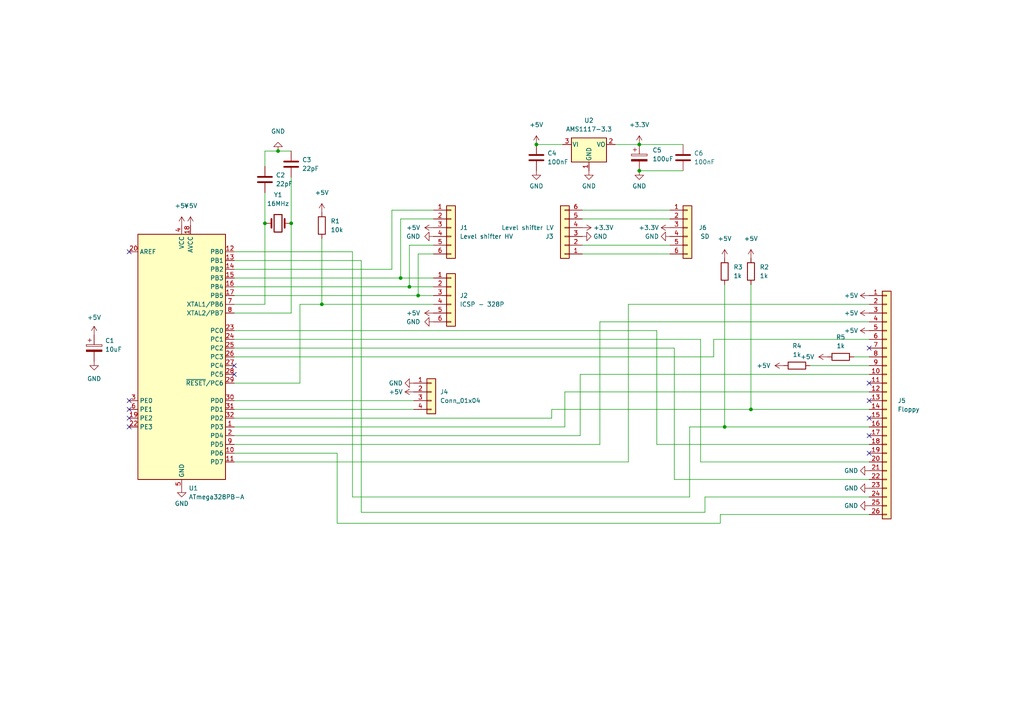
<source format=kicad_sch>
(kicad_sch (version 20211123) (generator eeschema)
  (paper "A4")
  (lib_symbols
    (symbol "Connector_Generic:Conn_01x04" (pin_names (offset 1.016) hide)
      (property "Reference" "J" (at 0 5.08 0))
      (property "Value" "Conn_01x04" (at 0 -7.62 0))
      (symbol "Conn_01x04_1_1"
        (rectangle (start -1.27 -4.953) (end 0 -5.207) (stroke (width 0.1524)))
        (rectangle (start -1.27 -2.413) (end 0 -2.667) (stroke (width 0.1524)))
        (rectangle (start -1.27 0.127) (end 0 -0.127) (stroke (width 0.1524)))
        (rectangle (start -1.27 2.667) (end 0 2.413) (stroke (width 0.1524)))
        (rectangle (start -1.27 3.81) (end 1.27 -6.35) (stroke (width 0.254)) (fill (type background)))
        (pin passive line (at -5.08 2.54 0) (length 3.81) (name "Pin_1") (number "1"))
        (pin passive line (at -5.08 0 0) (length 3.81) (name "Pin_2") (number "2"))
        (pin passive line (at -5.08 -2.54 0) (length 3.81) (name "Pin_3") (number "3"))
        (pin passive line (at -5.08 -5.08 0) (length 3.81) (name "Pin_4") (number "4"))
      )
    )
    (symbol "Connector_Generic:Conn_01x06" (pin_names (offset 1.016) hide)
      (property "Reference" "J" (at 0 7.62 0))
      (property "Value" "Conn_01x06" (at 0 -10.16 0))
      (symbol "Conn_01x06_1_1"
        (rectangle (start -1.27 -7.493) (end 0 -7.747) (stroke (width 0.1524)))
        (rectangle (start -1.27 -4.953) (end 0 -5.207) (stroke (width 0.1524)))
        (rectangle (start -1.27 -2.413) (end 0 -2.667) (stroke (width 0.1524)))
        (rectangle (start -1.27 0.127) (end 0 -0.127) (stroke (width 0.1524)))
        (rectangle (start -1.27 2.667) (end 0 2.413) (stroke (width 0.1524)))
        (rectangle (start -1.27 5.207) (end 0 4.953) (stroke (width 0.1524)))
        (rectangle (start -1.27 6.35) (end 1.27 -8.89) (stroke (width 0.254)) (fill (type background)))
        (pin passive line (at -5.08 5.08 0) (length 3.81) (name "Pin_1") (number "1"))
        (pin passive line (at -5.08 2.54 0) (length 3.81) (name "Pin_2") (number "2"))
        (pin passive line (at -5.08 0 0) (length 3.81) (name "Pin_3") (number "3"))
        (pin passive line (at -5.08 -2.54 0) (length 3.81) (name "Pin_4") (number "4"))
        (pin passive line (at -5.08 -5.08 0) (length 3.81) (name "Pin_5") (number "5"))
        (pin passive line (at -5.08 -7.62 0) (length 3.81) (name "Pin_6") (number "6"))
      )
    )
    (symbol "Connector_Generic:Conn_01x26" (pin_names (offset 1.016) hide)
      (property "Reference" "J" (at 0 33.02 0))
      (property "Value" "Conn_01x26" (at 0 -35.56 0))
      (symbol "Conn_01x26_1_1"
        (rectangle (start -1.27 -32.893) (end 0 -33.147) (stroke (width 0.1524)))
        (rectangle (start -1.27 -30.353) (end 0 -30.607) (stroke (width 0.1524)))
        (rectangle (start -1.27 -27.813) (end 0 -28.067) (stroke (width 0.1524)))
        (rectangle (start -1.27 -25.273) (end 0 -25.527) (stroke (width 0.1524)))
        (rectangle (start -1.27 -22.733) (end 0 -22.987) (stroke (width 0.1524)))
        (rectangle (start -1.27 -20.193) (end 0 -20.447) (stroke (width 0.1524)))
        (rectangle (start -1.27 -17.653) (end 0 -17.907) (stroke (width 0.1524)))
        (rectangle (start -1.27 -15.113) (end 0 -15.367) (stroke (width 0.1524)))
        (rectangle (start -1.27 -12.573) (end 0 -12.827) (stroke (width 0.1524)))
        (rectangle (start -1.27 -10.033) (end 0 -10.287) (stroke (width 0.1524)))
        (rectangle (start -1.27 -7.493) (end 0 -7.747) (stroke (width 0.1524)))
        (rectangle (start -1.27 -4.953) (end 0 -5.207) (stroke (width 0.1524)))
        (rectangle (start -1.27 -2.413) (end 0 -2.667) (stroke (width 0.1524)))
        (rectangle (start -1.27 0.127) (end 0 -0.127) (stroke (width 0.1524)))
        (rectangle (start -1.27 2.667) (end 0 2.413) (stroke (width 0.1524)))
        (rectangle (start -1.27 5.207) (end 0 4.953) (stroke (width 0.1524)))
        (rectangle (start -1.27 7.747) (end 0 7.493) (stroke (width 0.1524)))
        (rectangle (start -1.27 10.287) (end 0 10.033) (stroke (width 0.1524)))
        (rectangle (start -1.27 12.827) (end 0 12.573) (stroke (width 0.1524)))
        (rectangle (start -1.27 15.367) (end 0 15.113) (stroke (width 0.1524)))
        (rectangle (start -1.27 17.907) (end 0 17.653) (stroke (width 0.1524)))
        (rectangle (start -1.27 20.447) (end 0 20.193) (stroke (width 0.1524)))
        (rectangle (start -1.27 22.987) (end 0 22.733) (stroke (width 0.1524)))
        (rectangle (start -1.27 25.527) (end 0 25.273) (stroke (width 0.1524)))
        (rectangle (start -1.27 28.067) (end 0 27.813) (stroke (width 0.1524)))
        (rectangle (start -1.27 30.607) (end 0 30.353) (stroke (width 0.1524)))
        (rectangle (start -1.27 31.75) (end 1.27 -34.29) (stroke (width 0.254)) (fill (type background)))
        (pin passive line (at -5.08 30.48 0) (length 3.81) (name "Pin_1") (number "1"))
        (pin passive line (at -5.08 7.62 0) (length 3.81) (name "Pin_10") (number "10"))
        (pin passive line (at -5.08 5.08 0) (length 3.81) (name "Pin_11") (number "11"))
        (pin passive line (at -5.08 2.54 0) (length 3.81) (name "Pin_12") (number "12"))
        (pin passive line (at -5.08 0 0) (length 3.81) (name "Pin_13") (number "13"))
        (pin passive line (at -5.08 -2.54 0) (length 3.81) (name "Pin_14") (number "14"))
        (pin passive line (at -5.08 -5.08 0) (length 3.81) (name "Pin_15") (number "15"))
        (pin passive line (at -5.08 -7.62 0) (length 3.81) (name "Pin_16") (number "16"))
        (pin passive line (at -5.08 -10.16 0) (length 3.81) (name "Pin_17") (number "17"))
        (pin passive line (at -5.08 -12.7 0) (length 3.81) (name "Pin_18") (number "18"))
        (pin passive line (at -5.08 -15.24 0) (length 3.81) (name "Pin_19") (number "19"))
        (pin passive line (at -5.08 27.94 0) (length 3.81) (name "Pin_2") (number "2"))
        (pin passive line (at -5.08 -17.78 0) (length 3.81) (name "Pin_20") (number "20"))
        (pin passive line (at -5.08 -20.32 0) (length 3.81) (name "Pin_21") (number "21"))
        (pin passive line (at -5.08 -22.86 0) (length 3.81) (name "Pin_22") (number "22"))
        (pin passive line (at -5.08 -25.4 0) (length 3.81) (name "Pin_23") (number "23"))
        (pin passive line (at -5.08 -27.94 0) (length 3.81) (name "Pin_24") (number "24"))
        (pin passive line (at -5.08 -30.48 0) (length 3.81) (name "Pin_25") (number "25"))
        (pin passive line (at -5.08 -33.02 0) (length 3.81) (name "Pin_26") (number "26"))
        (pin passive line (at -5.08 25.4 0) (length 3.81) (name "Pin_3") (number "3"))
        (pin passive line (at -5.08 22.86 0) (length 3.81) (name "Pin_4") (number "4"))
        (pin passive line (at -5.08 20.32 0) (length 3.81) (name "Pin_5") (number "5"))
        (pin passive line (at -5.08 17.78 0) (length 3.81) (name "Pin_6") (number "6"))
        (pin passive line (at -5.08 15.24 0) (length 3.81) (name "Pin_7") (number "7"))
        (pin passive line (at -5.08 12.7 0) (length 3.81) (name "Pin_8") (number "8"))
        (pin passive line (at -5.08 10.16 0) (length 3.81) (name "Pin_9") (number "9"))
      )
    )
    (symbol "Device:C" (pin_numbers hide) (pin_names (offset 0.254))
      (property "Reference" "C" (at 0.635 2.54 0))
      (property "Value" "C" (at 0.635 -2.54 0))
      (symbol "C_0_1"
        (polyline (pts (xy -2.032 -0.762) (xy 2.032 -0.762)) (stroke (width 0.508)))
        (polyline (pts (xy -2.032 0.762) (xy 2.032 0.762)) (stroke (width 0.508)))
      )
      (symbol "C_1_1"
        (pin passive line (at 0 3.81 270) (length 2.794) (name "~") (number "1"))
        (pin passive line (at 0 -3.81 90) (length 2.794) (name "~") (number "2"))
      )
    )
    (symbol "Device:C_Polarized" (pin_numbers hide) (pin_names (offset 0.254))
      (property "Reference" "C" (at 0.635 2.54 0))
      (property "Value" "C_Polarized" (at 0.635 -2.54 0))
      (symbol "C_Polarized_0_1"
        (rectangle (start -2.286 0.508) (end 2.286 1.016))
        (polyline (pts (xy -1.778 2.286) (xy -0.762 2.286)))
        (polyline (pts (xy -1.27 2.794) (xy -1.27 1.778)))
        (rectangle (start 2.286 -0.508) (end -2.286 -1.016) (fill (type outline)))
      )
      (symbol "C_Polarized_1_1"
        (pin passive line (at 0 3.81 270) (length 2.794) (name "~") (number "1"))
        (pin passive line (at 0 -3.81 90) (length 2.794) (name "~") (number "2"))
      )
    )
    (symbol "Device:Crystal" (pin_numbers hide) (pin_names (offset 1.016) hide)
      (property "Reference" "Y" (at 0 3.81 0))
      (property "Value" "Crystal" (at 0 -3.81 0))
      (symbol "Crystal_0_1"
        (rectangle (start -1.143 2.54) (end 1.143 -2.54) (stroke (width 0.3048)))
        (polyline (pts (xy -2.54 0) (xy -1.905 0)))
        (polyline (pts (xy -1.905 -1.27) (xy -1.905 1.27)) (stroke (width 0.508)))
        (polyline (pts (xy 1.905 -1.27) (xy 1.905 1.27)) (stroke (width 0.508)))
        (polyline (pts (xy 2.54 0) (xy 1.905 0)))
      )
      (symbol "Crystal_1_1"
        (pin passive line (at -3.81 0 0) (length 1.27) (name "1") (number "1"))
        (pin passive line (at 3.81 0 180) (length 1.27) (name "2") (number "2"))
      )
    )
    (symbol "Device:R" (pin_numbers hide) (pin_names (offset 0))
      (property "Reference" "R" (at 2.032 0 90))
      (property "Value" "R" (at 0 0 90))
      (symbol "R_0_1"
        (rectangle (start -1.016 -2.54) (end 1.016 2.54) (stroke (width 0.254)))
      )
      (symbol "R_1_1"
        (pin passive line (at 0 3.81 270) (length 1.27) (name "~") (number "1"))
        (pin passive line (at 0 -3.81 90) (length 1.27) (name "~") (number "2"))
      )
    )
    (symbol "MCU_Microchip_ATmega:ATmega328PB-A"
      (property "Reference" "U" (at -12.7 36.83 0))
      (property "Value" "ATmega328PB-A" (at 2.54 -36.83 0))
      (symbol "ATmega328PB-A_0_1"
        (rectangle (start -12.7 -35.56) (end 12.7 35.56) (stroke (width 0.254)) (fill (type background)))
      )
      (symbol "ATmega328PB-A_1_1"
        (pin bidirectional line (at 15.24 -20.32 180) (length 2.54) (name "PD3") (number "1"))
        (pin bidirectional line (at 15.24 -27.94 180) (length 2.54) (name "PD6") (number "10"))
        (pin bidirectional line (at 15.24 -30.48 180) (length 2.54) (name "PD7") (number "11"))
        (pin bidirectional line (at 15.24 30.48 180) (length 2.54) (name "PB0") (number "12"))
        (pin bidirectional line (at 15.24 27.94 180) (length 2.54) (name "PB1") (number "13"))
        (pin bidirectional line (at 15.24 25.4 180) (length 2.54) (name "PB2") (number "14"))
        (pin bidirectional line (at 15.24 22.86 180) (length 2.54) (name "PB3") (number "15"))
        (pin bidirectional line (at 15.24 20.32 180) (length 2.54) (name "PB4") (number "16"))
        (pin bidirectional line (at 15.24 17.78 180) (length 2.54) (name "PB5") (number "17"))
        (pin power_in line (at 2.54 38.1 270) (length 2.54) (name "AVCC") (number "18"))
        (pin bidirectional line (at -15.24 -17.78 0) (length 2.54) (name "PE2") (number "19"))
        (pin bidirectional line (at 15.24 -22.86 180) (length 2.54) (name "PD4") (number "2"))
        (pin passive line (at -15.24 30.48 0) (length 2.54) (name "AREF") (number "20"))
        (pin passive line (at 0 -38.1 90) (length 2.54) hide (name "GND") (number "21"))
        (pin bidirectional line (at -15.24 -20.32 0) (length 2.54) (name "PE3") (number "22"))
        (pin bidirectional line (at 15.24 7.62 180) (length 2.54) (name "PC0") (number "23"))
        (pin bidirectional line (at 15.24 5.08 180) (length 2.54) (name "PC1") (number "24"))
        (pin bidirectional line (at 15.24 2.54 180) (length 2.54) (name "PC2") (number "25"))
        (pin bidirectional line (at 15.24 0 180) (length 2.54) (name "PC3") (number "26"))
        (pin bidirectional line (at 15.24 -2.54 180) (length 2.54) (name "PC4") (number "27"))
        (pin bidirectional line (at 15.24 -5.08 180) (length 2.54) (name "PC5") (number "28"))
        (pin bidirectional line (at 15.24 -7.62 180) (length 2.54) (name "~{RESET}/PC6") (number "29"))
        (pin bidirectional line (at -15.24 -12.7 0) (length 2.54) (name "PE0") (number "3"))
        (pin bidirectional line (at 15.24 -12.7 180) (length 2.54) (name "PD0") (number "30"))
        (pin bidirectional line (at 15.24 -15.24 180) (length 2.54) (name "PD1") (number "31"))
        (pin bidirectional line (at 15.24 -17.78 180) (length 2.54) (name "PD2") (number "32"))
        (pin power_in line (at 0 38.1 270) (length 2.54) (name "VCC") (number "4"))
        (pin power_in line (at 0 -38.1 90) (length 2.54) (name "GND") (number "5"))
        (pin bidirectional line (at -15.24 -15.24 0) (length 2.54) (name "PE1") (number "6"))
        (pin bidirectional line (at 15.24 15.24 180) (length 2.54) (name "XTAL1/PB6") (number "7"))
        (pin bidirectional line (at 15.24 12.7 180) (length 2.54) (name "XTAL2/PB7") (number "8"))
        (pin bidirectional line (at 15.24 -25.4 180) (length 2.54) (name "PD5") (number "9"))
      )
    )
    (symbol "Regulator_Linear:AMS1117-3.3" (pin_names (offset 0.254))
      (property "Reference" "U" (at -3.81 3.175 0))
      (property "Value" "AMS1117-3.3" (at 0 3.175 0))
      (symbol "AMS1117-3.3_0_1"
        (rectangle (start -5.08 -5.08) (end 5.08 1.905) (stroke (width 0.254)) (fill (type background)))
      )
      (symbol "AMS1117-3.3_1_1"
        (pin power_in line (at 0 -7.62 90) (length 2.54) (name "GND") (number "1"))
        (pin power_out line (at 7.62 0 180) (length 2.54) (name "VO") (number "2"))
        (pin power_in line (at -7.62 0 0) (length 2.54) (name "VI") (number "3"))
      )
    )
    (symbol "power:+3.3V" (power) (pin_names (offset 0))
      (property "Value" "+3.3V" (at 0 3.556 0))
      (symbol "+3.3V_0_1"
        (polyline (pts (xy -0.762 1.27) (xy 0 2.54)))
        (polyline (pts (xy 0 0) (xy 0 2.54)))
        (polyline (pts (xy 0 2.54) (xy 0.762 1.27)))
      )
      (symbol "+3.3V_1_1"
        (pin power_in line (at 0 0 90) (length 0) hide (name "+3.3V") (number "1"))
      )
    )
    (symbol "power:+5V" (power) (pin_names (offset 0))
      (property "Value" "+5V" (at 0 3.556 0))
      (symbol "+5V_0_1"
        (polyline (pts (xy -0.762 1.27) (xy 0 2.54)))
        (polyline (pts (xy 0 0) (xy 0 2.54)))
        (polyline (pts (xy 0 2.54) (xy 0.762 1.27)))
      )
      (symbol "+5V_1_1"
        (pin power_in line (at 0 0 90) (length 0) hide (name "+5V") (number "1"))
      )
    )
    (symbol "power:GND" (power) (pin_names (offset 0))
      (property "Value" "GND" (at 0 -3.81 0))
      (symbol "GND_0_1"
        (polyline (pts (xy 0 0) (xy 0 -1.27) (xy 1.27 -1.27) (xy 0 -2.54) (xy -1.27 -1.27) (xy 0 -1.27)))
      )
      (symbol "GND_1_1"
        (pin power_in line (at 0 0 270) (length 0) hide (name "GND") (number "1"))
      )
    )
  )
  (junction (at 84.455 64.77))
  (junction (at 121.285 85.725))
  (junction (at 118.745 83.185))
  (junction (at 217.805 118.745))
  (junction (at 76.835 64.77))
  (junction (at 155.575 41.91))
  (junction (at 185.42 49.53))
  (junction (at 185.42 41.91))
  (junction (at 210.185 123.825))
  (junction (at 93.345 88.265))
  (junction (at 80.645 43.815))
  (junction (at 116.205 80.645))
  (no_connect (at 37.465 73.025))
  (no_connect (at 67.945 106.045))
  (no_connect (at 252.095 121.285))
  (no_connect (at 252.095 131.445))
  (no_connect (at 67.945 108.585))
  (no_connect (at 37.465 118.745))
  (no_connect (at 252.095 100.965))
  (no_connect (at 37.465 121.285))
  (no_connect (at 37.465 123.825))
  (no_connect (at 252.095 116.205))
  (no_connect (at 252.095 111.125))
  (no_connect (at 252.095 126.365))
  (no_connect (at 37.465 116.205))
  (wire (pts (xy 252.095 108.585) (xy 168.275 108.585)))
  (wire (pts (xy 67.945 116.205) (xy 120.015 116.205)))
  (wire (pts (xy 204.47 144.145) (xy 204.47 148.59)))
  (wire (pts (xy 93.345 88.265) (xy 125.73 88.265)))
  (wire (pts (xy 173.99 93.345) (xy 173.99 128.905)))
  (wire (pts (xy 168.91 71.12) (xy 194.31 71.12)))
  (wire (pts (xy 97.79 131.445) (xy 67.945 131.445)))
  (wire (pts (xy 113.665 78.105) (xy 67.945 78.105)))
  (wire (pts (xy 210.185 82.55) (xy 210.185 123.825)))
  (wire (pts (xy 168.275 126.365) (xy 67.945 126.365)))
  (wire (pts (xy 67.945 83.185) (xy 118.745 83.185)))
  (wire (pts (xy 207.01 98.425) (xy 207.01 103.505)))
  (wire (pts (xy 76.835 48.26) (xy 76.835 43.815)))
  (wire (pts (xy 116.205 63.5) (xy 116.205 80.645)))
  (wire (pts (xy 93.345 69.215) (xy 93.345 88.265)))
  (wire (pts (xy 185.42 49.53) (xy 198.12 49.53)))
  (wire (pts (xy 217.805 118.745) (xy 160.02 118.745)))
  (wire (pts (xy 195.58 139.065) (xy 252.095 139.065)))
  (wire (pts (xy 67.945 100.965) (xy 195.58 100.965)))
  (wire (pts (xy 252.095 133.985) (xy 203.2 133.985)))
  (wire (pts (xy 208.915 149.225) (xy 208.915 151.765)))
  (wire (pts (xy 67.945 111.125) (xy 86.995 111.125)))
  (wire (pts (xy 203.2 98.425) (xy 67.945 98.425)))
  (wire (pts (xy 200.025 144.145) (xy 102.235 144.145)))
  (wire (pts (xy 182.245 88.265) (xy 252.095 88.265)))
  (wire (pts (xy 168.91 73.66) (xy 194.31 73.66)))
  (wire (pts (xy 84.455 51.435) (xy 84.455 64.77)))
  (wire (pts (xy 67.945 118.745) (xy 120.015 118.745)))
  (wire (pts (xy 178.435 41.91) (xy 185.42 41.91)))
  (wire (pts (xy 190.5 95.885) (xy 67.945 95.885)))
  (wire (pts (xy 155.575 41.91) (xy 163.195 41.91)))
  (wire (pts (xy 67.945 80.645) (xy 116.205 80.645)))
  (wire (pts (xy 121.285 73.66) (xy 121.285 85.725)))
  (wire (pts (xy 234.95 106.045) (xy 252.095 106.045)))
  (wire (pts (xy 118.745 83.185) (xy 125.73 83.185)))
  (wire (pts (xy 84.455 90.805) (xy 84.455 64.77)))
  (wire (pts (xy 252.095 123.825) (xy 210.185 123.825)))
  (wire (pts (xy 160.02 121.285) (xy 67.945 121.285)))
  (wire (pts (xy 247.65 103.505) (xy 252.095 103.505)))
  (wire (pts (xy 102.235 73.025) (xy 67.945 73.025)))
  (wire (pts (xy 208.915 151.765) (xy 97.79 151.765)))
  (wire (pts (xy 104.775 148.59) (xy 104.775 75.565)))
  (wire (pts (xy 173.99 128.905) (xy 67.945 128.905)))
  (wire (pts (xy 185.42 41.91) (xy 198.12 41.91)))
  (wire (pts (xy 252.095 128.905) (xy 190.5 128.905)))
  (wire (pts (xy 67.945 133.985) (xy 182.245 133.985)))
  (wire (pts (xy 210.185 123.825) (xy 200.025 123.825)))
  (wire (pts (xy 168.91 60.96) (xy 194.31 60.96)))
  (wire (pts (xy 182.245 133.985) (xy 182.245 88.265)))
  (wire (pts (xy 86.995 111.125) (xy 86.995 88.265)))
  (wire (pts (xy 168.91 63.5) (xy 194.31 63.5)))
  (wire (pts (xy 76.835 43.815) (xy 80.645 43.815)))
  (wire (pts (xy 163.83 123.825) (xy 67.945 123.825)))
  (wire (pts (xy 252.095 144.145) (xy 204.47 144.145)))
  (wire (pts (xy 121.285 85.725) (xy 125.73 85.725)))
  (wire (pts (xy 113.665 60.96) (xy 113.665 78.105)))
  (wire (pts (xy 252.095 98.425) (xy 207.01 98.425)))
  (wire (pts (xy 76.835 88.265) (xy 67.945 88.265)))
  (wire (pts (xy 80.645 43.815) (xy 84.455 43.815)))
  (wire (pts (xy 252.095 113.665) (xy 163.83 113.665)))
  (wire (pts (xy 190.5 128.905) (xy 190.5 95.885)))
  (wire (pts (xy 76.835 64.77) (xy 76.835 88.265)))
  (wire (pts (xy 97.79 151.765) (xy 97.79 131.445)))
  (wire (pts (xy 67.945 85.725) (xy 121.285 85.725)))
  (wire (pts (xy 160.02 118.745) (xy 160.02 121.285)))
  (wire (pts (xy 116.205 80.645) (xy 125.73 80.645)))
  (wire (pts (xy 86.995 88.265) (xy 93.345 88.265)))
  (wire (pts (xy 252.095 118.745) (xy 217.805 118.745)))
  (wire (pts (xy 163.83 113.665) (xy 163.83 123.825)))
  (wire (pts (xy 67.945 90.805) (xy 84.455 90.805)))
  (wire (pts (xy 217.805 82.55) (xy 217.805 118.745)))
  (wire (pts (xy 125.73 63.5) (xy 116.205 63.5)))
  (wire (pts (xy 207.01 103.505) (xy 67.945 103.505)))
  (wire (pts (xy 195.58 100.965) (xy 195.58 139.065)))
  (wire (pts (xy 203.2 133.985) (xy 203.2 98.425)))
  (wire (pts (xy 168.275 108.585) (xy 168.275 126.365)))
  (wire (pts (xy 252.095 93.345) (xy 173.99 93.345)))
  (wire (pts (xy 102.235 144.145) (xy 102.235 73.025)))
  (wire (pts (xy 76.835 55.88) (xy 76.835 64.77)))
  (wire (pts (xy 104.775 75.565) (xy 67.945 75.565)))
  (wire (pts (xy 204.47 148.59) (xy 104.775 148.59)))
  (wire (pts (xy 125.73 60.96) (xy 113.665 60.96)))
  (wire (pts (xy 125.73 73.66) (xy 121.285 73.66)))
  (wire (pts (xy 200.025 123.825) (xy 200.025 144.145)))
  (wire (pts (xy 118.745 71.12) (xy 118.745 83.185)))
  (wire (pts (xy 252.095 149.225) (xy 208.915 149.225)))
  (wire (pts (xy 125.73 71.12) (xy 118.745 71.12)))
  (symbol (lib_id "Device:C") (at 84.455 47.625 0) (unit 1)
    (property "Reference" "C3" (at 87.63 46.3549 0) (effects (justify left)))
    (property "Value" "22pF" (at 87.63 48.8949 0) (effects (justify left)))
    (property "Footprint" "Capacitor_THT:C_Disc_D7.0mm_W2.5mm_P5.00mm" (effects hide))
  )
  (symbol (lib_id "MCU_Microchip_ATmega:ATmega328PB-A") (at 52.705 103.505 0) (unit 1)
    (property "Reference" "U1" (at 54.7244 141.605 0) (effects (justify left)))
    (property "Value" "ATmega328PB-A" (at 54.7244 144.145 0) (effects (justify left)))
    (property "Footprint" "Package_QFP:TQFP-32_7x7mm_P0.8mm" (effects hide))
    (property "Datasheet" "http://ww1.microchip.com/downloads/en/DeviceDoc/40001906C.pdf" (effects hide))
  )
  (symbol (lib_id "power:+5V") (at 27.305 97.155 0) (unit 1)
    (property "Reference" "#PWR01" (effects hide))
    (property "Value" "+5V" (at 27.305 92.075 0))
  )
  (symbol (lib_id "power:GND") (at 125.73 93.345 270) (unit 1)
    (property "Reference" "#PWR010" (effects hide))
    (property "Value" "GND" (at 121.92 93.3449 90) (effects (justify right)))
  )
  (symbol (lib_id "power:GND") (at 194.31 68.58 270) (unit 1)
    (property "Reference" "#PWR019" (effects hide))
    (property "Value" "GND" (at 191.135 68.5799 90) (effects (justify right)))
  )
  (symbol (lib_id "Connector_Generic:Conn_01x06") (at 130.81 85.725 0) (unit 1)
    (property "Reference" "J2" (at 133.35 85.7249 0) (effects (justify left)))
    (property "Value" "ICSP - 328P" (at 133.35 88.2649 0) (effects (justify left)))
    (property "Footprint" "Connector_PinHeader_2.54mm:PinHeader_1x06_P2.54mm_Vertical" (effects hide))
  )
  (symbol (lib_id "power:GND") (at 80.645 43.815 180) (unit 1)
    (property "Reference" "#PWR06" (effects hide))
    (property "Value" "GND" (at 80.645 38.1 0))
  )
  (symbol (lib_id "Connector_Generic:Conn_01x06") (at 163.83 68.58 180) (unit 1)
    (property "Reference" "J3" (at 159.385 68.58 0))
    (property "Value" "Level shifter LV" (at 153.035 66.04 0))
    (property "Footprint" "Connector_PinHeader_2.54mm:PinHeader_1x06_P2.54mm_Vertical" (effects hide))
  )
  (symbol (lib_id "power:GND") (at 52.705 141.605 0) (unit 1)
    (property "Reference" "#PWR04" (effects hide))
    (property "Value" "GND" (at 52.705 146.05 0))
  )
  (symbol (lib_id "Device:R") (at 243.84 103.505 90) (unit 1)
    (property "Reference" "R5" (at 243.84 97.79 90))
    (property "Value" "1k" (at 243.84 100.33 90))
    (property "Footprint" "Resistor_THT:R_Axial_DIN0207_L6.3mm_D2.5mm_P10.16mm_Horizontal" (effects hide))
  )
  (symbol (lib_id "power:+3.3V") (at 194.31 66.04 90) (unit 1)
    (property "Reference" "#PWR018" (effects hide))
    (property "Value" "+3.3V" (at 191.135 66.0399 90) (effects (justify left)))
  )
  (symbol (lib_id "power:+5V") (at 217.805 74.93 0) (unit 1)
    (property "Reference" "#PWR038" (effects hide))
    (property "Value" "+5V" (at 217.805 69.215 0))
  )
  (symbol (lib_id "Device:C_Polarized") (at 27.305 100.965 0) (unit 1)
    (property "Reference" "C1" (at 30.48 98.8059 0) (effects (justify left)))
    (property "Value" "10uF" (at 30.48 101.3459 0) (effects (justify left)))
    (property "Footprint" "Capacitor_THT:CP_Radial_D5.0mm_P2.50mm" (effects hide))
  )
  (symbol (lib_id "Device:C") (at 198.12 45.72 0) (unit 1)
    (property "Reference" "C6" (at 201.295 44.4499 0) (effects (justify left)))
    (property "Value" "100nF" (at 201.295 46.9899 0) (effects (justify left)))
    (property "Footprint" "Capacitor_THT:C_Disc_D7.0mm_W2.5mm_P5.00mm" (effects hide))
  )
  (symbol (lib_id "power:+5V") (at 155.575 41.91 0) (unit 1)
    (property "Reference" "#PWR011" (effects hide))
    (property "Value" "+5V" (at 155.575 36.195 0))
  )
  (symbol (lib_id "Regulator_Linear:AMS1117-3.3") (at 170.815 41.91 0) (unit 1)
    (property "Reference" "U2" (at 170.815 34.925 0))
    (property "Value" "AMS1117-3.3" (at 170.815 37.465 0))
    (property "Footprint" "Package_TO_SOT_SMD:SOT-223-3_TabPin2" (effects hide))
    (property "Datasheet" "http://www.advanced-monolithic.com/pdf/ds1117.pdf" (effects hide))
  )
  (symbol (lib_id "power:GND") (at 168.91 68.58 90) (unit 1)
    (property "Reference" "#PWR014" (effects hide))
    (property "Value" "GND" (at 172.085 68.5801 90) (effects (justify right)))
  )
  (symbol (lib_id "Device:C") (at 76.835 52.07 0) (unit 1)
    (property "Reference" "C2" (at 80.01 50.7999 0) (effects (justify left)))
    (property "Value" "22pF" (at 80.01 53.3399 0) (effects (justify left)))
    (property "Footprint" "Capacitor_THT:C_Disc_D7.0mm_W2.5mm_P5.00mm" (effects hide))
  )
  (symbol (lib_id "power:+3.3V") (at 185.42 41.91 0) (unit 1)
    (property "Reference" "#PWR020" (effects hide))
    (property "Value" "+3.3V" (at 185.42 36.195 0))
  )
  (symbol (lib_id "power:+5V") (at 55.245 65.405 0) (unit 1)
    (property "Reference" "#PWR05" (effects hide))
    (property "Value" "+5V" (at 55.245 59.69 0))
  )
  (symbol (lib_id "power:GND") (at 155.575 49.53 0) (unit 1)
    (property "Reference" "#PWR012" (effects hide))
    (property "Value" "GND" (at 155.575 53.975 0))
  )
  (symbol (lib_id "Connector_Generic:Conn_01x06") (at 130.81 66.04 0) (unit 1)
    (property "Reference" "J1" (at 133.35 66.0399 0) (effects (justify left)))
    (property "Value" "Level shifter HV" (at 133.35 68.5799 0) (effects (justify left)))
    (property "Footprint" "Connector_PinHeader_2.54mm:PinHeader_1x06_P2.54mm_Vertical" (effects hide))
  )
  (symbol (lib_id "power:+5V") (at 52.705 65.405 0) (unit 1)
    (property "Reference" "#PWR03" (effects hide))
    (property "Value" "+5V" (at 52.705 59.69 0))
  )
  (symbol (lib_id "power:GND") (at 252.095 136.525 270) (unit 1)
    (property "Reference" "#PWR025" (effects hide))
    (property "Value" "GND" (at 248.92 136.5249 90) (effects (justify right)))
  )
  (symbol (lib_id "Connector_Generic:Conn_01x06") (at 199.39 66.04 0) (unit 1)
    (property "Reference" "J6" (at 203.835 66.04 0))
    (property "Value" "SD" (at 204.47 68.58 0))
    (property "Footprint" "Connector_PinHeader_2.54mm:PinHeader_1x06_P2.54mm_Vertical" (effects hide))
  )
  (symbol (lib_id "power:GND") (at 120.015 111.125 270) (unit 1)
    (property "Reference" "#PWR0103" (effects hide))
    (property "Value" "GND" (at 116.84 111.1249 90) (effects (justify right)))
  )
  (symbol (lib_id "power:+5V") (at 252.095 95.885 90) (unit 1)
    (property "Reference" "#PWR024" (effects hide))
    (property "Value" "+5V" (at 248.92 95.8849 90) (effects (justify left)))
  )
  (symbol (lib_id "power:GND") (at 170.815 49.53 0) (unit 1)
    (property "Reference" "#PWR016" (effects hide))
    (property "Value" "GND" (at 170.815 53.975 0))
  )
  (symbol (lib_id "power:+5V") (at 252.095 85.725 90) (unit 1)
    (property "Reference" "#PWR022" (effects hide))
    (property "Value" "+5V" (at 248.92 85.7249 90) (effects (justify left)))
  )
  (symbol (lib_id "Device:R") (at 210.185 78.74 0) (unit 1)
    (property "Reference" "R3" (at 212.725 77.4699 0) (effects (justify left)))
    (property "Value" "1k" (at 212.725 80.0099 0) (effects (justify left)))
    (property "Footprint" "Resistor_THT:R_Axial_DIN0207_L6.3mm_D2.5mm_P10.16mm_Horizontal" (effects hide))
  )
  (symbol (lib_id "Device:Crystal") (at 80.645 64.77 0) (unit 1)
    (property "Reference" "Y1" (at 80.645 56.515 0))
    (property "Value" "16MHz" (at 80.645 59.055 0))
    (property "Footprint" "Crystal:Crystal_HC49-U_Vertical" (effects hide))
  )
  (symbol (lib_id "power:GND") (at 252.095 141.605 270) (unit 1)
    (property "Reference" "#PWR026" (effects hide))
    (property "Value" "GND" (at 248.92 141.6049 90) (effects (justify right)))
  )
  (symbol (lib_id "power:+5V") (at 125.73 90.805 90) (unit 1)
    (property "Reference" "#PWR0101" (effects hide))
    (property "Value" "+5V" (at 121.92 90.8049 90) (effects (justify left)))
  )
  (symbol (lib_id "Device:R") (at 93.345 65.405 0) (unit 1)
    (property "Reference" "R1" (at 95.885 64.1349 0) (effects (justify left)))
    (property "Value" "10k" (at 95.885 66.6749 0) (effects (justify left)))
    (property "Footprint" "Resistor_THT:R_Axial_DIN0207_L6.3mm_D2.5mm_P10.16mm_Horizontal" (effects hide))
  )
  (symbol (lib_id "power:+5V") (at 210.185 74.93 0) (unit 1)
    (property "Reference" "#PWR037" (effects hide))
    (property "Value" "+5V" (at 210.185 69.215 0))
  )
  (symbol (lib_id "power:+5V") (at 227.33 106.045 90) (unit 1)
    (property "Reference" "#PWR015" (effects hide))
    (property "Value" "+5V" (at 223.52 106.0449 90) (effects (justify left)))
  )
  (symbol (lib_id "Device:R") (at 217.805 78.74 0) (unit 1)
    (property "Reference" "R2" (at 220.345 77.4699 0) (effects (justify left)))
    (property "Value" "1k" (at 220.345 80.0099 0) (effects (justify left)))
    (property "Footprint" "Resistor_THT:R_Axial_DIN0207_L6.3mm_D2.5mm_P10.16mm_Horizontal" (effects hide))
  )
  (symbol (lib_id "Device:R") (at 231.14 106.045 90) (unit 1)
    (property "Reference" "R4" (at 231.14 100.33 90))
    (property "Value" "1k" (at 231.14 102.87 90))
    (property "Footprint" "Resistor_THT:R_Axial_DIN0207_L6.3mm_D2.5mm_P10.16mm_Horizontal" (effects hide))
  )
  (symbol (lib_id "Device:C_Polarized") (at 185.42 45.72 0) (unit 1)
    (property "Reference" "C5" (at 189.23 43.5609 0) (effects (justify left)))
    (property "Value" "100uF" (at 189.23 46.1009 0) (effects (justify left)))
    (property "Footprint" "Capacitor_THT:CP_Radial_D5.0mm_P2.50mm" (effects hide))
  )
  (symbol (lib_id "power:+5V") (at 252.095 90.805 90) (unit 1)
    (property "Reference" "#PWR023" (effects hide))
    (property "Value" "+5V" (at 248.92 90.8049 90) (effects (justify left)))
  )
  (symbol (lib_id "power:+5V") (at 125.73 66.04 90) (unit 1)
    (property "Reference" "#PWR08" (effects hide))
    (property "Value" "+5V" (at 121.92 66.0399 90) (effects (justify left)))
  )
  (symbol (lib_id "power:+5V") (at 120.015 113.665 90) (unit 1)
    (property "Reference" "#PWR0102" (effects hide))
    (property "Value" "+5V" (at 116.84 113.6649 90) (effects (justify left)))
  )
  (symbol (lib_id "power:+5V") (at 240.03 103.505 90) (unit 1)
    (property "Reference" "#PWR017" (effects hide))
    (property "Value" "+5V" (at 236.22 103.5049 90) (effects (justify left)))
  )
  (symbol (lib_id "power:+3.3V") (at 168.91 66.04 270) (unit 1)
    (property "Reference" "#PWR013" (effects hide))
    (property "Value" "+3.3V" (at 172.085 66.0401 90) (effects (justify left)))
  )
  (symbol (lib_id "power:GND") (at 185.42 49.53 0) (unit 1)
    (property "Reference" "#PWR021" (effects hide))
    (property "Value" "GND" (at 185.42 53.975 0))
  )
  (symbol (lib_id "power:GND") (at 125.73 68.58 270) (unit 1)
    (property "Reference" "#PWR09" (effects hide))
    (property "Value" "GND" (at 121.92 68.5799 90) (effects (justify right)))
  )
  (symbol (lib_id "power:+5V") (at 93.345 61.595 0) (unit 1)
    (property "Reference" "#PWR07" (effects hide))
    (property "Value" "+5V" (at 93.345 55.88 0))
  )
  (symbol (lib_id "Device:C") (at 155.575 45.72 0) (unit 1)
    (property "Reference" "C4" (at 158.75 44.4499 0) (effects (justify left)))
    (property "Value" "100nF" (at 158.75 46.9899 0) (effects (justify left)))
    (property "Footprint" "Capacitor_THT:C_Disc_D7.0mm_W2.5mm_P5.00mm" (effects hide))
  )
  (symbol (lib_id "Connector_Generic:Conn_01x04") (at 125.095 113.665 0) (unit 1)
    (property "Reference" "J4" (at 127.635 113.6649 0) (effects (justify left)))
    (property "Value" "Conn_01x04" (at 127.635 116.2049 0) (effects (justify left)))
    (property "Footprint" "Connector_PinHeader_2.54mm:PinHeader_1x04_P2.54mm_Vertical" (effects hide))
  )
  (symbol (lib_id "power:GND") (at 252.095 146.685 270) (unit 1)
    (property "Reference" "#PWR027" (effects hide))
    (property "Value" "GND" (at 248.92 146.6849 90) (effects (justify right)))
  )
  (symbol (lib_id "Connector_Generic:Conn_01x26") (at 257.175 116.205 0) (unit 1)
    (property "Reference" "J5" (at 260.35 116.2049 0) (effects (justify left)))
    (property "Value" "Floppy" (at 260.35 118.7449 0) (effects (justify left)))
    (property "Footprint" "Connector_FFC-FPC:TE_2-84953-6_1x26-1MP_P1.0mm_Horizontal" (effects hide))
  )
  (symbol (lib_id "power:GND") (at 27.305 104.775 0) (unit 1)
    (property "Reference" "#PWR02" (effects hide))
    (property "Value" "GND" (at 27.305 109.855 0))
  )
)
</source>
